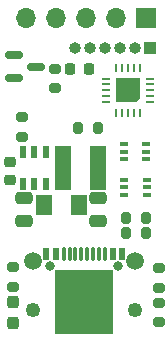
<source format=gbr>
%TF.GenerationSoftware,KiCad,Pcbnew,(6.0.1-0)*%
%TF.CreationDate,2022-01-20T15:15:13+00:00*%
%TF.ProjectId,Shelly,5368656c-6c79-42e6-9b69-6361645f7063,4*%
%TF.SameCoordinates,Original*%
%TF.FileFunction,Soldermask,Top*%
%TF.FilePolarity,Negative*%
%FSLAX46Y46*%
G04 Gerber Fmt 4.6, Leading zero omitted, Abs format (unit mm)*
G04 Created by KiCad (PCBNEW (6.0.1-0)) date 2022-01-20 15:15:13*
%MOMM*%
%LPD*%
G01*
G04 APERTURE LIST*
G04 Aperture macros list*
%AMRoundRect*
0 Rectangle with rounded corners*
0 $1 Rounding radius*
0 $2 $3 $4 $5 $6 $7 $8 $9 X,Y pos of 4 corners*
0 Add a 4 corners polygon primitive as box body*
4,1,4,$2,$3,$4,$5,$6,$7,$8,$9,$2,$3,0*
0 Add four circle primitives for the rounded corners*
1,1,$1+$1,$2,$3*
1,1,$1+$1,$4,$5*
1,1,$1+$1,$6,$7*
1,1,$1+$1,$8,$9*
0 Add four rect primitives between the rounded corners*
20,1,$1+$1,$2,$3,$4,$5,0*
20,1,$1+$1,$4,$5,$6,$7,0*
20,1,$1+$1,$6,$7,$8,$9,0*
20,1,$1+$1,$8,$9,$2,$3,0*%
%AMFreePoly0*
4,1,6,1.000000,-1.000000,-1.000000,-1.000000,-1.000000,0.750000,-0.750000,1.000000,1.000000,1.000000,1.000000,-1.000000,1.000000,-1.000000,$1*%
G04 Aperture macros list end*
%ADD10RoundRect,0.237500X0.237500X-0.287500X0.237500X0.287500X-0.237500X0.287500X-0.237500X-0.287500X0*%
%ADD11RoundRect,0.200000X0.275000X-0.200000X0.275000X0.200000X-0.275000X0.200000X-0.275000X-0.200000X0*%
%ADD12R,1.700000X1.700000*%
%ADD13O,1.700000X1.700000*%
%ADD14RoundRect,0.062500X0.287500X0.062500X-0.287500X0.062500X-0.287500X-0.062500X0.287500X-0.062500X0*%
%ADD15RoundRect,0.062500X0.062500X0.287500X-0.062500X0.287500X-0.062500X-0.287500X0.062500X-0.287500X0*%
%ADD16C,0.350000*%
%ADD17FreePoly0,180.000000*%
%ADD18R,0.600000X1.140000*%
%ADD19C,0.800000*%
%ADD20RoundRect,0.075000X-0.075000X-0.495000X0.075000X-0.495000X0.075000X0.495000X-0.075000X0.495000X0*%
%ADD21C,1.500000*%
%ADD22C,1.250000*%
%ADD23R,5.000000X5.490000*%
%ADD24RoundRect,0.200000X-0.275000X0.200000X-0.275000X-0.200000X0.275000X-0.200000X0.275000X0.200000X0*%
%ADD25RoundRect,0.200000X-0.200000X-0.275000X0.200000X-0.275000X0.200000X0.275000X-0.200000X0.275000X0*%
%ADD26R,0.650000X0.400000*%
%ADD27RoundRect,0.225000X0.225000X0.250000X-0.225000X0.250000X-0.225000X-0.250000X0.225000X-0.250000X0*%
%ADD28RoundRect,0.150000X-0.587500X-0.150000X0.587500X-0.150000X0.587500X0.150000X-0.587500X0.150000X0*%
%ADD29RoundRect,0.200000X0.200000X0.275000X-0.200000X0.275000X-0.200000X-0.275000X0.200000X-0.275000X0*%
%ADD30RoundRect,0.225000X0.250000X-0.225000X0.250000X0.225000X-0.250000X0.225000X-0.250000X-0.225000X0*%
%ADD31RoundRect,0.249375X-0.463125X-0.625625X0.463125X-0.625625X0.463125X0.625625X-0.463125X0.625625X0*%
%ADD32R,1.425000X3.700000*%
%ADD33R,0.600000X1.100000*%
%ADD34RoundRect,0.250000X-0.475000X0.250000X-0.475000X-0.250000X0.475000X-0.250000X0.475000X0.250000X0*%
%ADD35R,1.000000X1.000000*%
%ADD36O,1.000000X1.000000*%
G04 APERTURE END LIST*
D10*
%TO.C,D3*%
X171000000Y-81875000D03*
X171000000Y-80125000D03*
%TD*%
D11*
%TO.C,R3*%
X183300000Y-78925000D03*
X183300000Y-77275000D03*
%TD*%
D12*
%TO.C,J1*%
X182200000Y-56100000D03*
D13*
X179660000Y-56100000D03*
X177120000Y-56100000D03*
X174580000Y-56100000D03*
X172040000Y-56100000D03*
%TD*%
D14*
%TO.C,U1*%
X182600000Y-63200000D03*
X182600000Y-62700000D03*
X182600000Y-62200000D03*
X182600000Y-61700000D03*
X182600000Y-61200000D03*
D15*
X181700000Y-60300000D03*
X181200000Y-60300000D03*
X180700000Y-60300000D03*
X180200000Y-60300000D03*
X179700000Y-60300000D03*
D14*
X178800000Y-61200000D03*
X178800000Y-61700000D03*
X178800000Y-62200000D03*
X178800000Y-62700000D03*
X178800000Y-63200000D03*
D15*
X179700000Y-64100000D03*
X180200000Y-64100000D03*
X180700000Y-64100000D03*
X181200000Y-64100000D03*
X181700000Y-64100000D03*
D16*
X180700000Y-62200000D03*
D17*
X180700000Y-62200000D03*
%TD*%
D18*
%TO.C,J3*%
X173800000Y-76040000D03*
D19*
X174110000Y-77110000D03*
X179890000Y-77110000D03*
D18*
X180200000Y-76040000D03*
D20*
X175250000Y-76040000D03*
X178750000Y-76040000D03*
X175750000Y-76040000D03*
X178250000Y-76040000D03*
X176250000Y-76040000D03*
X177750000Y-76040000D03*
X176750000Y-76040000D03*
X177250000Y-76040000D03*
D21*
X172680000Y-76620000D03*
X181320000Y-76620000D03*
D22*
X172680000Y-80790000D03*
X181320000Y-80790000D03*
D18*
X179400000Y-76040000D03*
X174600000Y-76040000D03*
D23*
X177000000Y-80155000D03*
%TD*%
D24*
%TO.C,R6*%
X171000000Y-77175000D03*
X171000000Y-78825000D03*
%TD*%
%TO.C,R2*%
X183300000Y-80175000D03*
X183300000Y-81825000D03*
%TD*%
D25*
%TO.C,R4*%
X180575000Y-73000000D03*
X182225000Y-73000000D03*
%TD*%
%TO.C,R5*%
X180575000Y-74320000D03*
X182225000Y-74320000D03*
%TD*%
D26*
%TO.C,D1*%
X180400000Y-69750000D03*
X180400000Y-70400000D03*
X180400000Y-71050000D03*
X182300000Y-71050000D03*
X182300000Y-70400000D03*
X182300000Y-69750000D03*
%TD*%
%TO.C,D2*%
X180350000Y-66750000D03*
X180350000Y-67400000D03*
X180350000Y-68050000D03*
X182250000Y-68050000D03*
X182250000Y-67400000D03*
X182250000Y-66750000D03*
%TD*%
D11*
%TO.C,R1*%
X174500000Y-62025000D03*
X174500000Y-60375000D03*
%TD*%
D27*
%TO.C,C1*%
X177375000Y-60400000D03*
X175825000Y-60400000D03*
%TD*%
D28*
%TO.C,Q1*%
X171062500Y-59250000D03*
X171062500Y-61150000D03*
X172937500Y-60200000D03*
%TD*%
D29*
%TO.C,R7*%
X178125000Y-65400000D03*
X176475000Y-65400000D03*
%TD*%
D24*
%TO.C,R8*%
X171700000Y-64475000D03*
X171700000Y-66125000D03*
%TD*%
D30*
%TO.C,U2*%
X170680000Y-69775000D03*
D31*
X173577500Y-71920000D03*
D32*
X175180000Y-68800000D03*
D33*
X173730000Y-70100000D03*
D30*
X170680000Y-68225000D03*
D33*
X173730000Y-67400000D03*
X171830000Y-70100000D03*
D34*
X171930000Y-71350000D03*
D33*
X172780000Y-70100000D03*
D34*
X178180000Y-73250000D03*
X171930000Y-73250000D03*
D31*
X176542500Y-71920000D03*
D33*
X172780000Y-67400000D03*
D34*
X178180000Y-71350000D03*
D32*
X178180000Y-68800000D03*
D33*
X171830000Y-67400000D03*
%TD*%
D35*
%TO.C,J2*%
X182600000Y-58600000D03*
D36*
X181330000Y-58600000D03*
X180060000Y-58600000D03*
X178790000Y-58600000D03*
X177520000Y-58600000D03*
X176250000Y-58600000D03*
%TD*%
M02*

</source>
